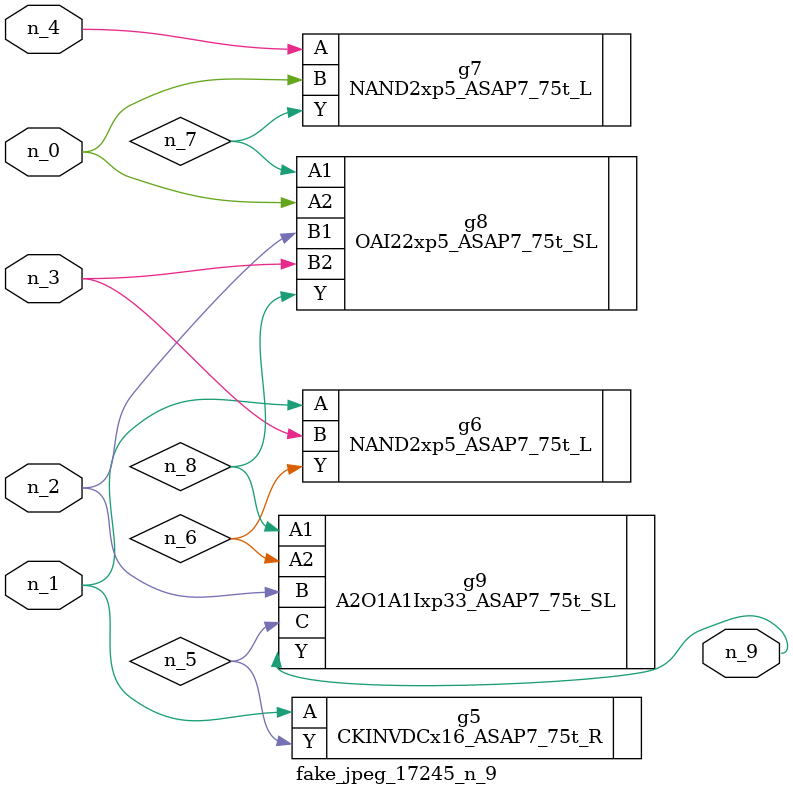
<source format=v>
module fake_jpeg_17245_n_9 (n_3, n_2, n_1, n_0, n_4, n_9);

input n_3;
input n_2;
input n_1;
input n_0;
input n_4;

output n_9;

wire n_8;
wire n_6;
wire n_5;
wire n_7;

CKINVDCx16_ASAP7_75t_R g5 ( 
.A(n_1),
.Y(n_5)
);

NAND2xp5_ASAP7_75t_L g6 ( 
.A(n_1),
.B(n_3),
.Y(n_6)
);

NAND2xp5_ASAP7_75t_L g7 ( 
.A(n_4),
.B(n_0),
.Y(n_7)
);

OAI22xp5_ASAP7_75t_SL g8 ( 
.A1(n_7),
.A2(n_0),
.B1(n_2),
.B2(n_3),
.Y(n_8)
);

A2O1A1Ixp33_ASAP7_75t_SL g9 ( 
.A1(n_8),
.A2(n_6),
.B(n_2),
.C(n_5),
.Y(n_9)
);


endmodule
</source>
